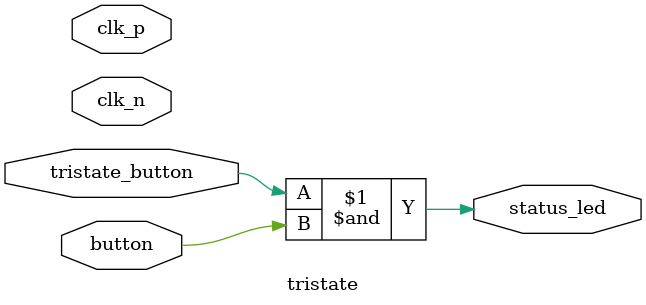
<source format=v>
module tristate(	// file.cleaned.mlir:2:3
  input  clk_p,	// file.cleaned.mlir:2:26
         clk_n,	// file.cleaned.mlir:2:42
         button,	// file.cleaned.mlir:2:58
         tristate_button,	// file.cleaned.mlir:2:75
  output status_led	// file.cleaned.mlir:2:102
);

  assign status_led = tristate_button & button;	// file.cleaned.mlir:3:10, :4:5
endmodule


</source>
